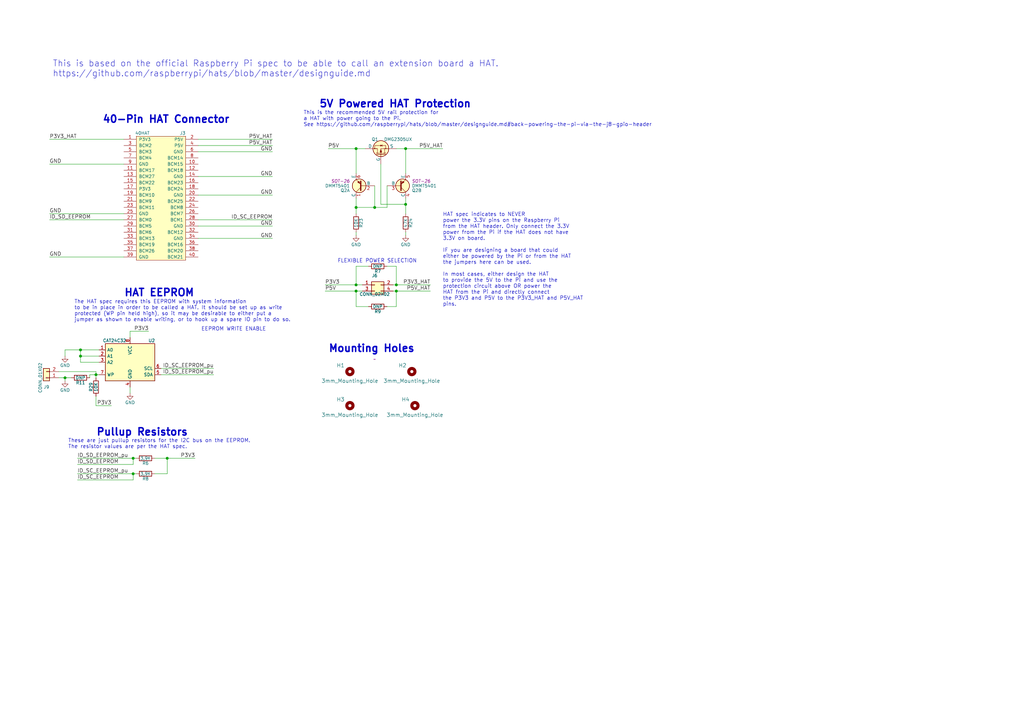
<source format=kicad_sch>
(kicad_sch (version 20210126) (generator eeschema)
  (paper "A3")
  (title_block (title "Raspberry Pi HAT") (rev "A"))
  (lib_symbols
    (symbol "Connector_Generic:Conn_01x02" (pin_names (offset 1.016) hide)
      (property "Reference" "J" (at 0 2.54 0))
      (property "Value" "Conn_01x02" (at 0 -5.08 0))
      (symbol "Conn_01x02_1_1"
        (rectangle (start -1.27 -2.413) (end 0 -2.667) (stroke (width 0.1524)))
        (rectangle (start -1.27 0.127) (end 0 -0.127) (stroke (width 0.1524)))
        (rectangle (start -1.27 1.27) (end 1.27 -3.81) (stroke (width 0.254)) (fill (type background)))
        (pin passive line (at -5.08 0 0) (length 3.81) (name "Pin_1") (number "1"))
        (pin passive line (at -5.08 -2.54 0) (length 3.81) (name "Pin_2") (number "2"))
      )
    )
    (symbol "Connector_Generic:Conn_02x02_Odd_Even" (pin_names (offset 1.016) hide)
      (property "Reference" "J" (at 1.27 2.54 0))
      (property "Value" "Conn_02x02_Odd_Even" (at 1.27 -5.08 0))
      (symbol "Conn_02x02_Odd_Even_1_1"
        (rectangle (start -1.27 -2.413) (end 0 -2.667) (stroke (width 0.1524)))
        (rectangle (start -1.27 0.127) (end 0 -0.127) (stroke (width 0.1524)))
        (rectangle (start -1.27 1.27) (end 3.81 -3.81) (stroke (width 0.254)) (fill (type background)))
        (rectangle (start 3.81 -2.413) (end 2.54 -2.667) (stroke (width 0.1524)))
        (rectangle (start 3.81 0.127) (end 2.54 -0.127) (stroke (width 0.1524)))
        (pin passive line (at -5.08 0 0) (length 3.81) (name "Pin_1") (number "1"))
        (pin passive line (at 7.62 0 180) (length 3.81) (name "Pin_2") (number "2"))
        (pin passive line (at -5.08 -2.54 0) (length 3.81) (name "Pin_3") (number "3"))
        (pin passive line (at 7.62 -2.54 180) (length 3.81) (name "Pin_4") (number "4"))
      )
    )
    (symbol "Device:R" (pin_numbers hide) (pin_names (offset 0))
      (property "Reference" "R" (at 2.032 0 90))
      (property "Value" "R" (at 0 0 90))
      (symbol "R_0_1"
        (rectangle (start -1.016 -2.54) (end 1.016 2.54) (stroke (width 0.254)))
      )
      (symbol "R_1_1"
        (pin passive line (at 0 3.81 270) (length 1.27) (name "~") (number "1"))
        (pin passive line (at 0 -3.81 90) (length 1.27) (name "~") (number "2"))
      )
    )
    (symbol "Mechanical:MountingHole" (pin_names (offset 1.016))
      (property "Reference" "H" (at 0 5.08 0))
      (property "Value" "MountingHole" (at 0 3.175 0))
      (symbol "MountingHole_0_1"
        (circle (center 0 0) (radius 1.27) (stroke (width 1.27)))
      )
    )
    (symbol "power:GND" (power) (pin_names (offset 0))
      (property "Value" "GND" (at 0 -3.81 0))
      (symbol "GND_0_1"
        (polyline (pts (xy 0 0) (xy 0 -1.27) (xy 1.27 -1.27) (xy 0 -2.54) (xy -1.27 -1.27) (xy 0 -1.27)))
      )
      (symbol "GND_1_1"
        (pin power_in line (at 0 0 270) (length 0) hide (name "GND") (number "1"))
      )
    )
    (symbol "raspberrypi_hat:CAT24C32" (pin_names (offset 0.762))
      (property "Reference" "U" (at -8.89 8.89 0))
      (property "Value" "CAT24C32" (at 6.35 8.89 0))
      (symbol "CAT24C32_0_0"
        (pin power_in line (at 0 -10.16 90) (length 2.54) (name "GND") (number "4"))
        (pin power_in line (at 0 10.16 270) (length 2.54) (name "VCC") (number "8"))
      )
      (symbol "CAT24C32_1_1"
        (rectangle (start -10.16 -7.62) (end 10.16 7.62) (stroke (width 0.254)) (fill (type background)))
        (pin input line (at -12.7 5.08 0) (length 2.54) (name "A0") (number "1"))
        (pin input line (at -12.7 2.54 0) (length 2.54) (name "A1") (number "2"))
        (pin input line (at -12.7 0 0) (length 2.54) (name "A2") (number "3"))
        (pin bidirectional line (at 12.7 -5.08 180) (length 2.54) (name "SDA") (number "5"))
        (pin input line (at 12.7 -2.54 180) (length 2.54) (name "SCL") (number "6"))
        (pin input line (at -12.7 -5.08 0) (length 2.54) (name "WP") (number "7"))
      )
    )
    (symbol "raspberrypi_hat:DMG2305UX" (pin_numbers hide) (pin_names (offset 0))
      (property "Reference" "Q" (at -2.54 3.81 0))
      (property "Value" "DMG2305UX" (at 12.7 3.81 0))
      (symbol "DMG2305UX_0_1"
        (circle (center 0 0) (radius 3.2512) (stroke (width 0.254)) (fill (type background)))
        (circle (center 0.0254 -2.032) (radius 0.1524) (fill (type outline)))
        (circle (center 0.0254 2.54) (radius 0.1778) (fill (type outline)))
        (polyline (pts (xy -2.54 0) (xy -2.286 0)) (stroke (width 0.254)))
        (polyline (pts (xy -1.778 -1.524) (xy 0 -1.524)))
        (polyline (pts (xy -1.778 -1.016) (xy -1.778 -2.032)))
        (polyline (pts (xy -1.778 0) (xy 0 0)))
        (polyline (pts (xy -1.778 0.508) (xy -1.778 -0.508)))
        (polyline (pts (xy -1.778 1.397) (xy 0 1.397)))
        (polyline (pts (xy -1.778 1.905) (xy -1.778 0.889)))
        (polyline (pts (xy 0 -2.032) (xy 0 -2.921)))
        (polyline (pts (xy 0 -1.778) (xy 0 0)))
        (polyline (pts (xy 0 -1.27) (xy 0 -2.032)))
        (polyline (pts (xy 0 1.524) (xy 0 2.794)))
        (polyline (pts (xy 0 2.159) (xy 0 1.397)))
        (polyline (pts (xy 0.889 -0.5334) (xy 1.6764 -0.508)))
        (polyline (pts (xy -2.286 1.778) (xy -2.286 -1.905) (xy -2.286 -1.397) (xy -2.286 -1.651)) (stroke (width 0.254)))
        (polyline (pts (xy -0.381 0) (xy -1.397 0.381) (xy -1.397 -0.381) (xy -0.381 0)) (fill (type outline)))
        (polyline (pts (xy 1.27 -0.4572) (xy 0.9906 0.1524) (xy 1.524 0.1524) (xy 1.2446 -0.4572)) (fill (type outline)))
        (polyline (pts (xy 0 2.54) (xy 1.27 2.54) (xy 1.27 0.508) (xy 1.27 -2.032) (xy 0 -2.032)))
      )
      (symbol "DMG2305UX_1_1"
        (pin input line (at -6.35 0 0) (length 3.81) (name "G") (number "1"))
        (pin passive line (at 0 -6.35 90) (length 3.81) (name "S") (number "2"))
        (pin passive line (at 0 6.35 270) (length 3.81) (name "D") (number "3"))
      )
    )
    (symbol "raspberrypi_hat:DMMT5401" (pin_names (offset 0))
      (property "Reference" "Q" (at 5.08 1.905 0))
      (property "Value" "DMMT5401" (at 5.08 0 0))
      (property "Footprint" "SOT-26" (at 5.08 -1.905 0))
      (symbol "DMMT5401_0_1"
        (circle (center 1.27 0) (radius 2.8194) (stroke (width 0.254)) (fill (type background)))
        (polyline (pts (xy 0 0) (xy 0.635 0)))
        (polyline (pts (xy 2.54 -2.54) (xy 0.635 -0.635)))
        (polyline (pts (xy 2.54 2.54) (xy 0.635 0.635)))
        (polyline (pts (xy 0.635 1.905) (xy 0.635 -1.905) (xy 0.635 -1.905)) (stroke (width 0.508)) (fill (type outline)))
        (polyline (pts (xy 1.397 -1.905) (xy 1.905 -1.397) (xy 0.889 -0.889) (xy 1.397 -1.905) (xy 1.397 -1.905)) (fill (type outline)))
      )
      (symbol "DMMT5401_1_1"
        (pin passive line (at 2.54 5.08 270) (length 2.54) (name "C") (number "1"))
        (pin input line (at -5.08 0 0) (length 5.08) (name "B") (number "2"))
        (pin passive line (at 2.54 -5.08 90) (length 2.54) (name "E") (number "6"))
      )
      (symbol "DMMT5401_2_1"
        (pin input line (at -5.08 0 0) (length 5.08) (name "B") (number "3"))
        (pin passive line (at 2.54 5.08 270) (length 2.54) (name "C") (number "4"))
        (pin passive line (at 2.54 -5.08 90) (length 2.54) (name "E") (number "5"))
      )
    )
    (symbol "raspberrypi_hat:OX40HAT" (pin_names (offset 1.016))
      (property "Reference" "J" (at 8.89 2.54 0))
      (property "Value" "OX40HAT" (at -7.62 2.54 0))
      (symbol "OX40HAT_0_1"
        (rectangle (start -10.16 1.27) (end 10.16 -49.53) (fill (type background)))
      )
      (symbol "OX40HAT_1_1"
        (pin bidirectional line (at -15.24 0 0) (length 5.08) (name "P3V3") (number "1"))
        (pin bidirectional line (at 15.24 -10.16 180) (length 5.08) (name "BCM15") (number "10"))
        (pin bidirectional line (at -15.24 -12.7 0) (length 5.08) (name "BCM17") (number "11"))
        (pin bidirectional line (at 15.24 -12.7 180) (length 5.08) (name "BCM18") (number "12"))
        (pin bidirectional line (at -15.24 -15.24 0) (length 5.08) (name "BCM27") (number "13"))
        (pin bidirectional line (at 15.24 -15.24 180) (length 5.08) (name "GND") (number "14"))
        (pin bidirectional line (at -15.24 -17.78 0) (length 5.08) (name "BCM22") (number "15"))
        (pin bidirectional line (at 15.24 -17.78 180) (length 5.08) (name "BCM23") (number "16"))
        (pin bidirectional line (at -15.24 -20.32 0) (length 5.08) (name "P3V3") (number "17"))
        (pin bidirectional line (at 15.24 -20.32 180) (length 5.08) (name "BCM24") (number "18"))
        (pin bidirectional line (at -15.24 -22.86 0) (length 5.08) (name "BCM10") (number "19"))
        (pin bidirectional line (at 15.24 0 180) (length 5.08) (name "P5V") (number "2"))
        (pin bidirectional line (at 15.24 -22.86 180) (length 5.08) (name "GND") (number "20"))
        (pin bidirectional line (at -15.24 -25.4 0) (length 5.08) (name "BCM9") (number "21"))
        (pin bidirectional line (at 15.24 -25.4 180) (length 5.08) (name "BCM25") (number "22"))
        (pin bidirectional line (at -15.24 -27.94 0) (length 5.08) (name "BCM11") (number "23"))
        (pin bidirectional line (at 15.24 -27.94 180) (length 5.08) (name "BCM8") (number "24"))
        (pin bidirectional line (at -15.24 -30.48 0) (length 5.08) (name "GND") (number "25"))
        (pin bidirectional line (at 15.24 -30.48 180) (length 5.08) (name "BCM7") (number "26"))
        (pin bidirectional line (at -15.24 -33.02 0) (length 5.08) (name "BCM0") (number "27"))
        (pin bidirectional line (at 15.24 -33.02 180) (length 5.08) (name "BCM1") (number "28"))
        (pin bidirectional line (at -15.24 -35.56 0) (length 5.08) (name "BCM5") (number "29"))
        (pin bidirectional line (at -15.24 -2.54 0) (length 5.08) (name "BCM2") (number "3"))
        (pin bidirectional line (at 15.24 -35.56 180) (length 5.08) (name "GND") (number "30"))
        (pin bidirectional line (at -15.24 -38.1 0) (length 5.08) (name "BCM6") (number "31"))
        (pin bidirectional line (at 15.24 -38.1 180) (length 5.08) (name "BCM12") (number "32"))
        (pin bidirectional line (at -15.24 -40.64 0) (length 5.08) (name "BCM13") (number "33"))
        (pin bidirectional line (at 15.24 -40.64 180) (length 5.08) (name "GND") (number "34"))
        (pin bidirectional line (at -15.24 -43.18 0) (length 5.08) (name "BCM19") (number "35"))
        (pin bidirectional line (at 15.24 -43.18 180) (length 5.08) (name "BCM16") (number "36"))
        (pin bidirectional line (at -15.24 -45.72 0) (length 5.08) (name "BCM26") (number "37"))
        (pin bidirectional line (at 15.24 -45.72 180) (length 5.08) (name "BCM20") (number "38"))
        (pin bidirectional line (at -15.24 -48.26 0) (length 5.08) (name "GND") (number "39"))
        (pin bidirectional line (at 15.24 -2.54 180) (length 5.08) (name "P5V") (number "4"))
        (pin bidirectional line (at 15.24 -48.26 180) (length 5.08) (name "BCM21") (number "40"))
        (pin bidirectional line (at -15.24 -5.08 0) (length 5.08) (name "BCM3") (number "5"))
        (pin bidirectional line (at 15.24 -5.08 180) (length 5.08) (name "GND") (number "6"))
        (pin bidirectional line (at -15.24 -7.62 0) (length 5.08) (name "BCM4") (number "7"))
        (pin bidirectional line (at 15.24 -7.62 180) (length 5.08) (name "BCM14") (number "8"))
        (pin bidirectional line (at -15.24 -10.16 0) (length 5.08) (name "GND") (number "9"))
      )
    )
  )
  (junction (at 26.67 154.94) (diameter 1.016))
  (junction (at 33.02 143.51) (diameter 1.016))
  (junction (at 33.02 146.05) (diameter 1.016))
  (junction (at 39.37 153.67) (diameter 1.016))
  (junction (at 54.61 187.96) (diameter 1.016))
  (junction (at 54.61 194.31) (diameter 1.016))
  (junction (at 68.58 187.96) (diameter 1.016))
  (junction (at 146.05 60.96) (diameter 1.016))
  (junction (at 146.05 85.09) (diameter 1.016))
  (junction (at 146.05 116.84) (diameter 1.016))
  (junction (at 146.05 119.38) (diameter 1.016))
  (junction (at 153.67 85.09) (diameter 1.016))
  (junction (at 162.56 116.84) (diameter 1.016))
  (junction (at 162.56 119.38) (diameter 1.016))
  (junction (at 166.37 60.96) (diameter 1.016))
  (junction (at 166.37 83.82) (diameter 1.016))
  (wire (pts (xy 24.13 152.4) (xy 39.37 152.4)))
  (wire (pts (xy 24.13 154.94) (xy 26.67 154.94)))
  (wire (pts (xy 26.67 143.51) (xy 26.67 146.05)))
  (wire (pts (xy 26.67 143.51) (xy 33.02 143.51)))
  (wire (pts (xy 26.67 154.94) (xy 29.21 154.94)))
  (wire (pts (xy 26.67 156.21) (xy 26.67 154.94)))
  (wire (pts (xy 31.75 187.96) (xy 54.61 187.96)))
  (wire (pts (xy 31.75 194.31) (xy 54.61 194.31)))
  (wire (pts (xy 33.02 143.51) (xy 33.02 146.05)))
  (wire (pts (xy 33.02 143.51) (xy 40.64 143.51)))
  (wire (pts (xy 33.02 146.05) (xy 33.02 148.59)))
  (wire (pts (xy 33.02 148.59) (xy 40.64 148.59)))
  (wire (pts (xy 36.83 153.67) (xy 36.83 154.94)))
  (wire (pts (xy 36.83 153.67) (xy 39.37 153.67)))
  (wire (pts (xy 39.37 152.4) (xy 39.37 153.67)))
  (wire (pts (xy 39.37 153.67) (xy 39.37 154.94)))
  (wire (pts (xy 39.37 153.67) (xy 40.64 153.67)))
  (wire (pts (xy 39.37 166.37) (xy 39.37 162.56)))
  (wire (pts (xy 40.64 146.05) (xy 33.02 146.05)))
  (wire (pts (xy 45.72 166.37) (xy 39.37 166.37)))
  (wire (pts (xy 50.8 57.15) (xy 20.32 57.15)))
  (wire (pts (xy 50.8 67.31) (xy 20.32 67.31)))
  (wire (pts (xy 50.8 87.63) (xy 20.32 87.63)))
  (wire (pts (xy 50.8 90.17) (xy 20.32 90.17)))
  (wire (pts (xy 50.8 105.41) (xy 20.32 105.41)))
  (wire (pts (xy 53.34 135.89) (xy 53.34 138.43)))
  (wire (pts (xy 53.34 135.89) (xy 60.96 135.89)))
  (wire (pts (xy 53.34 158.75) (xy 53.34 161.29)))
  (wire (pts (xy 54.61 187.96) (xy 55.88 187.96)))
  (wire (pts (xy 54.61 190.5) (xy 31.75 190.5)))
  (wire (pts (xy 54.61 190.5) (xy 54.61 187.96)))
  (wire (pts (xy 54.61 194.31) (xy 55.88 194.31)))
  (wire (pts (xy 54.61 196.85) (xy 31.75 196.85)))
  (wire (pts (xy 54.61 196.85) (xy 54.61 194.31)))
  (wire (pts (xy 63.5 187.96) (xy 68.58 187.96)))
  (wire (pts (xy 66.04 151.13) (xy 87.63 151.13)))
  (wire (pts (xy 68.58 187.96) (xy 80.01 187.96)))
  (wire (pts (xy 68.58 194.31) (xy 63.5 194.31)))
  (wire (pts (xy 68.58 194.31) (xy 68.58 187.96)))
  (wire (pts (xy 81.28 57.15) (xy 111.76 57.15)))
  (wire (pts (xy 81.28 59.69) (xy 111.76 59.69)))
  (wire (pts (xy 81.28 62.23) (xy 111.76 62.23)))
  (wire (pts (xy 81.28 72.39) (xy 111.76 72.39)))
  (wire (pts (xy 81.28 80.01) (xy 111.76 80.01)))
  (wire (pts (xy 81.28 90.17) (xy 111.76 90.17)))
  (wire (pts (xy 81.28 92.71) (xy 111.76 92.71)))
  (wire (pts (xy 81.28 97.79) (xy 111.76 97.79)))
  (wire (pts (xy 87.63 153.67) (xy 66.04 153.67)))
  (wire (pts (xy 133.35 116.84) (xy 146.05 116.84)))
  (wire (pts (xy 133.35 119.38) (xy 146.05 119.38)))
  (wire (pts (xy 134.62 60.96) (xy 146.05 60.96)))
  (wire (pts (xy 146.05 60.96) (xy 149.86 60.96)))
  (wire (pts (xy 146.05 71.12) (xy 146.05 60.96)))
  (wire (pts (xy 146.05 81.28) (xy 146.05 85.09)))
  (wire (pts (xy 146.05 85.09) (xy 146.05 87.63)))
  (wire (pts (xy 146.05 85.09) (xy 153.67 85.09)))
  (wire (pts (xy 146.05 96.52) (xy 146.05 95.25)))
  (wire (pts (xy 146.05 109.22) (xy 146.05 116.84)))
  (wire (pts (xy 146.05 116.84) (xy 148.59 116.84)))
  (wire (pts (xy 146.05 119.38) (xy 146.05 125.73)))
  (wire (pts (xy 146.05 119.38) (xy 148.59 119.38)))
  (wire (pts (xy 146.05 125.73) (xy 151.13 125.73)))
  (wire (pts (xy 151.13 109.22) (xy 146.05 109.22)))
  (wire (pts (xy 153.67 76.2) (xy 153.67 85.09)))
  (wire (pts (xy 153.67 85.09) (xy 158.75 85.09)))
  (wire (pts (xy 156.21 67.31) (xy 156.21 83.82)))
  (wire (pts (xy 156.21 83.82) (xy 166.37 83.82)))
  (wire (pts (xy 158.75 85.09) (xy 158.75 76.2)))
  (wire (pts (xy 158.75 125.73) (xy 162.56 125.73)))
  (wire (pts (xy 161.29 116.84) (xy 162.56 116.84)))
  (wire (pts (xy 161.29 119.38) (xy 162.56 119.38)))
  (wire (pts (xy 162.56 60.96) (xy 166.37 60.96)))
  (wire (pts (xy 162.56 109.22) (xy 158.75 109.22)))
  (wire (pts (xy 162.56 116.84) (xy 162.56 109.22)))
  (wire (pts (xy 162.56 116.84) (xy 176.53 116.84)))
  (wire (pts (xy 162.56 119.38) (xy 176.53 119.38)))
  (wire (pts (xy 162.56 125.73) (xy 162.56 119.38)))
  (wire (pts (xy 166.37 60.96) (xy 181.61 60.96)))
  (wire (pts (xy 166.37 71.12) (xy 166.37 60.96)))
  (wire (pts (xy 166.37 81.28) (xy 166.37 83.82)))
  (wire (pts (xy 166.37 83.82) (xy 166.37 87.63)))
  (wire (pts (xy 166.37 96.52) (xy 166.37 95.25)))
  (text "This is based on the official Raspberry Pi spec to be able to call an extension board a HAT.\nhttps://github.com/raspberrypi/hats/blob/master/designguide.md" (at 21.59 31.75 0) (effects (font (size 2.54 2.54)) (justify left bottom)))
  (text "These are just pullup resistors for the I2C bus on the EEPROM.\nThe resistor values are per the HAT spec." (at 27.94 184.15 0) (effects (font (size 1.524 1.524)) (justify left bottom)))
  (text "The HAT spec requires this EEPROM with system information\nto be in place in order to be called a HAT. It should be set up as write\nprotected (WP pin held high), so it may be desirable to either put a \njumper as shown to enable writing, or to hook up a spare IO pin to do so." (at 30.48 132.08 0) (effects (font (size 1.524 1.524)) (justify left bottom)))
  (text "Pullup Resistors" (at 39.37 179.07 0) (effects (font (size 2.9972 2.9972) (thickness 0.5994) bold) (justify left bottom)))
  (text "40-Pin HAT Connector" (at 41.91 50.8 0) (effects (font (size 2.9972 2.9972) (thickness 0.5994) bold) (justify left bottom)))
  (text "HAT EEPROM" (at 50.8 121.92 0) (effects (font (size 2.9972 2.9972) (thickness 0.5994) bold) (justify left bottom)))
  (text "EEPROM WRITE ENABLE" (at 82.55 135.89 0) (effects (font (size 1.524 1.524)) (justify left bottom)))
  (text "This is the recommended 5V rail protection for \na HAT with power going to the Pi.\nSee https://github.com/raspberrypi/hats/blob/master/designguide.md#back-powering-the-pi-via-the-j8-gpio-header" (at 124.46 52.07 0) (effects (font (size 1.524 1.524)) (justify left bottom)))
  (text "5V Powered HAT Protection" (at 130.81 44.45 0) (effects (font (size 2.9972 2.9972) (thickness 0.5994) bold) (justify left bottom)))
  (text "Mounting Holes" (at 134.62 144.78 0) (effects (font (size 2.9972 2.9972) (thickness 0.5994) bold) (justify left bottom)))
  (text "FLEXIBLE POWER SELECTION" (at 138.43 107.95 0) (effects (font (size 1.524 1.524)) (justify left bottom)))
  (text "HAT spec indicates to NEVER\npower the 3.3V pins on the Raspberry Pi \nfrom the HAT header. Only connect the 3.3V\npower from the Pi if the HAT does not have\n3.3V on board.\n\nIF you are designing a board that could\neither be powered by the Pi or from the HAT\nthe jumpers here can be used.\n\nIn most cases, either design the HAT \nto provide the 5V to the Pi and use the\nprotection circuit above OR power the\nHAT from the Pi and directly connect\nthe P3V3 and P5V to the P3V3_HAT and P5V_HAT\npins." (at 181.61 125.73 0) (effects (font (size 1.524 1.524)) (justify left bottom)))
  (label "P3V3_HAT" (at 20.32 57.15 0) (effects (font (size 1.524 1.524))))
  (label "GND" (at 20.32 67.31 0) (effects (font (size 1.524 1.524))))
  (label "GND" (at 20.32 87.63 0) (effects (font (size 1.524 1.524))))
  (label "ID_SD_EEPROM" (at 20.32 90.17 0) (effects (font (size 1.524 1.524))))
  (label "GND" (at 20.32 105.41 0) (effects (font (size 1.524 1.524))))
  (label "ID_SD_EEPROM_pu" (at 31.75 187.96 0) (effects (font (size 1.524 1.524))))
  (label "ID_SD_EEPROM" (at 31.75 190.5 0) (effects (font (size 1.524 1.524))))
  (label "ID_SC_EEPROM_pu" (at 31.75 194.31 0) (effects (font (size 1.524 1.524))))
  (label "ID_SC_EEPROM" (at 31.75 196.85 0) (effects (font (size 1.524 1.524))))
  (label "P3V3" (at 45.72 166.37 180) (effects (font (size 1.524 1.524))))
  (label "P3V3" (at 60.96 135.89 180) (effects (font (size 1.524 1.524))))
  (label "P3V3" (at 80.01 187.96 180) (effects (font (size 1.524 1.524))))
  (label "ID_SC_EEPROM_pu" (at 87.63 151.13 180) (effects (font (size 1.524 1.524))))
  (label "ID_SD_EEPROM_pu" (at 87.63 153.67 180) (effects (font (size 1.524 1.524))))
  (label "P5V_HAT" (at 111.76 57.15 180) (effects (font (size 1.524 1.524))))
  (label "P5V_HAT" (at 111.76 59.69 180) (effects (font (size 1.524 1.524))))
  (label "GND" (at 111.76 62.23 180) (effects (font (size 1.524 1.524))))
  (label "GND" (at 111.76 72.39 180) (effects (font (size 1.524 1.524))))
  (label "GND" (at 111.76 80.01 180) (effects (font (size 1.524 1.524))))
  (label "ID_SC_EEPROM" (at 111.76 90.17 180) (effects (font (size 1.524 1.524))))
  (label "GND" (at 111.76 92.71 180) (effects (font (size 1.524 1.524))))
  (label "GND" (at 111.76 97.79 180) (effects (font (size 1.524 1.524))))
  (label "P3V3" (at 133.35 116.84 0) (effects (font (size 1.524 1.524))))
  (label "P5V" (at 133.35 119.38 0) (effects (font (size 1.524 1.524))))
  (label "P5V" (at 134.62 60.96 0) (effects (font (size 1.524 1.524))))
  (label "P3V3_HAT" (at 176.53 116.84 180) (effects (font (size 1.524 1.524))))
  (label "P5V_HAT" (at 176.53 119.38 180) (effects (font (size 1.524 1.524))))
  (label "P5V_HAT" (at 181.61 60.96 180) (effects (font (size 1.524 1.524))))
  (symbol (lib_id "power:GND") (at 26.67 146.05 0) (unit 1)
    (property "Reference" "#PWR03" (effects hide))
    (property "Value" "GND" (at 26.67 149.86 0))
  )
  (symbol (lib_id "power:GND") (at 26.67 156.21 0) (unit 1)
    (property "Reference" "#PWR04" (effects hide))
    (property "Value" "GND" (at 26.67 160.02 0))
  )
  (symbol (lib_id "power:GND") (at 53.34 161.29 0) (unit 1)
    (property "Reference" "#PWR05" (effects hide))
    (property "Value" "GND" (at 53.34 165.1 0))
  )
  (symbol (lib_id "power:GND") (at 146.05 96.52 0) (unit 1)
    (property "Reference" "#PWR01" (effects hide))
    (property "Value" "GND" (at 146.05 100.33 0))
  )
  (symbol (lib_id "power:GND") (at 166.37 96.52 0) (unit 1)
    (property "Reference" "#PWR02" (effects hide))
    (property "Value" "GND" (at 166.37 100.33 0))
  )
  (symbol (lib_id "Mechanical:MountingHole") (at 143.51 152.4 0) (unit 1)
    (property "Reference" "H1" (at 139.7 149.86 0) (effects (font (size 1.524 1.524))))
    (property "Value" "3mm_Mounting_Hole" (at 143.51 156.21 0) (effects (font (size 1.524 1.524))))
    (property "Footprint" "project_footprints:NPTH_3mm_ID" (effects hide))
  )
  (symbol (lib_id "Mechanical:MountingHole") (at 143.51 166.37 0) (unit 1)
    (property "Reference" "H3" (at 139.7 163.83 0) (effects (font (size 1.524 1.524))))
    (property "Value" "3mm_Mounting_Hole" (at 143.51 170.18 0) (effects (font (size 1.524 1.524))))
    (property "Footprint" "project_footprints:NPTH_3mm_ID" (effects hide))
  )
  (symbol (lib_id "Mechanical:MountingHole") (at 168.91 152.4 0) (unit 1)
    (property "Reference" "H2" (at 165.1 149.86 0) (effects (font (size 1.524 1.524))))
    (property "Value" "3mm_Mounting_Hole" (at 168.91 156.21 0) (effects (font (size 1.524 1.524))))
    (property "Footprint" "project_footprints:NPTH_3mm_ID" (effects hide))
  )
  (symbol (lib_id "Mechanical:MountingHole") (at 170.18 166.37 0) (unit 1)
    (property "Reference" "H4" (at 166.37 163.83 0) (effects (font (size 1.524 1.524))))
    (property "Value" "3mm_Mounting_Hole" (at 170.18 170.18 0) (effects (font (size 1.524 1.524))))
    (property "Footprint" "project_footprints:NPTH_3mm_ID" (effects hide))
  )
  (symbol (lib_id "Device:R") (at 33.02 154.94 270) (unit 1)
    (property "Reference" "R11" (at 33.02 156.972 90))
    (property "Value" "DNP" (at 33.02 154.94 90))
    (property "Footprint" "Resistor_SMD:R_0603_1608Metric_Pad0.84x1.00mm_HandSolder" (effects hide))
  )
  (symbol (lib_id "Device:R") (at 39.37 158.75 180) (unit 1)
    (property "Reference" "R29" (at 37.338 158.75 90))
    (property "Value" "10K" (at 39.37 158.75 90))
    (property "Footprint" "Resistor_SMD:R_0603_1608Metric_Pad0.84x1.00mm_HandSolder" (effects hide))
  )
  (symbol (lib_id "Device:R") (at 59.69 187.96 270) (unit 1)
    (property "Reference" "R6" (at 59.69 189.992 90))
    (property "Value" "3.9K" (at 59.69 187.96 90))
    (property "Footprint" "Resistor_SMD:R_0603_1608Metric_Pad0.84x1.00mm_HandSolder" (effects hide))
  )
  (symbol (lib_id "Device:R") (at 59.69 194.31 270) (unit 1)
    (property "Reference" "R8" (at 59.69 196.342 90))
    (property "Value" "3.9K" (at 59.69 194.31 90))
    (property "Footprint" "Resistor_SMD:R_0603_1608Metric_Pad0.84x1.00mm_HandSolder" (effects hide))
  )
  (symbol (lib_id "Device:R") (at 146.05 91.44 0) (unit 1)
    (property "Reference" "R23" (at 148.082 91.44 90))
    (property "Value" "10K" (at 146.05 91.44 90))
    (property "Footprint" "Resistor_SMD:R_0603_1608Metric_Pad0.84x1.00mm_HandSolder" (effects hide))
  )
  (symbol (lib_id "Device:R") (at 154.94 109.22 270) (unit 1)
    (property "Reference" "R7" (at 154.94 111.252 90))
    (property "Value" "DNP" (at 154.94 109.22 90))
    (property "Footprint" "Resistor_SMD:R_0603_1608Metric_Pad0.84x1.00mm_HandSolder" (effects hide))
  )
  (symbol (lib_id "Device:R") (at 154.94 125.73 270) (unit 1)
    (property "Reference" "R9" (at 154.94 127.762 90))
    (property "Value" "DNP" (at 154.94 125.73 90))
    (property "Footprint" "Resistor_SMD:R_0603_1608Metric_Pad0.84x1.00mm_HandSolder" (effects hide))
  )
  (symbol (lib_id "Device:R") (at 166.37 91.44 0) (unit 1)
    (property "Reference" "R24" (at 168.402 91.44 90))
    (property "Value" "47K" (at 166.37 91.44 90))
    (property "Footprint" "Resistor_SMD:R_0603_1608Metric_Pad0.84x1.00mm_HandSolder" (effects hide))
  )
  (symbol (lib_id "Connector_Generic:Conn_01x02") (at 19.05 154.94 180) (unit 1)
    (property "Reference" "J9" (at 19.05 158.75 0))
    (property "Value" "CONN_01X02" (at 16.51 154.94 90))
    (property "Footprint" "Connector_PinHeader_2.54mm:PinHeader_1x02_P2.54mm_Vertical" (effects hide))
    (property "Datasheet" "~" (at 19.05 154.94 0))
  )
  (symbol (lib_id "Connector_Generic:Conn_02x02_Odd_Even") (at 153.67 116.84 0) (unit 1)
    (property "Reference" "J6" (at 153.67 113.03 0))
    (property "Value" "CONN_02X02" (at 153.67 120.65 0))
    (property "Footprint" "Connector_PinHeader_2.54mm:PinHeader_2x02_P2.54mm_Vertical" (effects hide))
    (property "Datasheet" "~" (at 153.67 147.32 0))
  )
  (symbol (lib_id "raspberrypi_hat:DMMT5401") (at 148.59 76.2 180) (unit 1)
    (property "Reference" "Q2" (at 143.51 78.105 0) (effects (justify left)))
    (property "Value" "DMMT5401" (at 143.51 76.2 0) (effects (justify left)))
    (property "Footprint" "SOT-26" (at 143.51 74.295 0) (effects (font italic) (justify left)))
  )
  (symbol (lib_id "raspberrypi_hat:DMMT5401") (at 163.83 76.2 0) (mirror x) (unit 2)
    (property "Reference" "Q2" (at 168.91 78.105 0) (effects (justify left)))
    (property "Value" "DMMT5401" (at 168.91 76.2 0) (effects (justify left)))
    (property "Footprint" "SOT-26" (at 168.91 74.295 0) (effects (font italic) (justify left)))
  )
  (symbol (lib_id "raspberrypi_hat:DMG2305UX") (at 156.21 60.96 90) (unit 1)
    (property "Reference" "Q1" (at 152.4 57.15 90) (effects (justify right)))
    (property "Value" "DMG2305UX" (at 157.48 57.15 90) (effects (justify right)))
    (property "Footprint" "Package_TO_SOT_SMD:SOT-23" (effects hide))
  )
  (symbol (lib_id "raspberrypi_hat:CAT24C32") (at 53.34 148.59 0) (unit 1)
    (property "Reference" "U2" (at 62.23 139.7 0))
    (property "Value" "CAT24C32" (at 46.99 139.7 0))
    (property "Footprint" "Package_SOIC:SOIC-8_3.9x4.9mm_P1.27mm" (effects hide))
  )
  (symbol (lib_id "raspberrypi_hat:OX40HAT") (at 66.04 57.15 0) (unit 1)
    (property "Reference" "J3" (at 74.93 54.61 0))
    (property "Value" "40HAT" (at 58.42 54.61 0))
    (property "Footprint" "Connector_PinSocket_2.54mm:PinSocket_2x20_P2.54mm_Vertical" (effects hide))
  )
)
</source>
